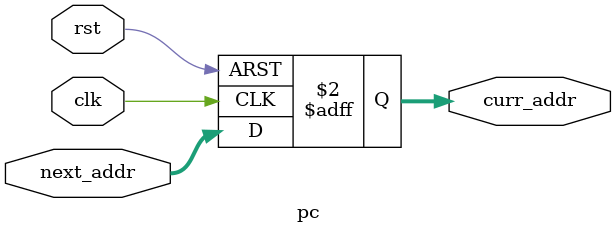
<source format=v>
module pc (
    input clk,
    input rst,
    input [31:0] next_addr,
    output reg [31:0] curr_addr
    
);


always @(posedge clk or posedge rst) begin
    if (rst)
        curr_addr <= 32'b0;  // Initialize to 0 on reset
    else
        curr_addr <= next_addr;
end

endmodule
</source>
